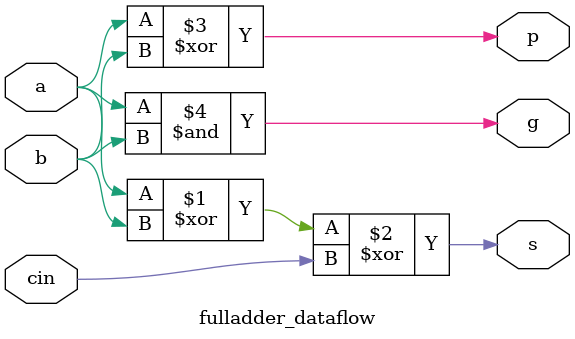
<source format=v>
`timescale 1ns / 1ps


module fulladder_dataflow(
    input a,b,cin,
    output s,p,g
    );
    assign s = a ^ b ^ cin;
    assign p = a ^ b;
    assign g = a & b;
endmodule

</source>
